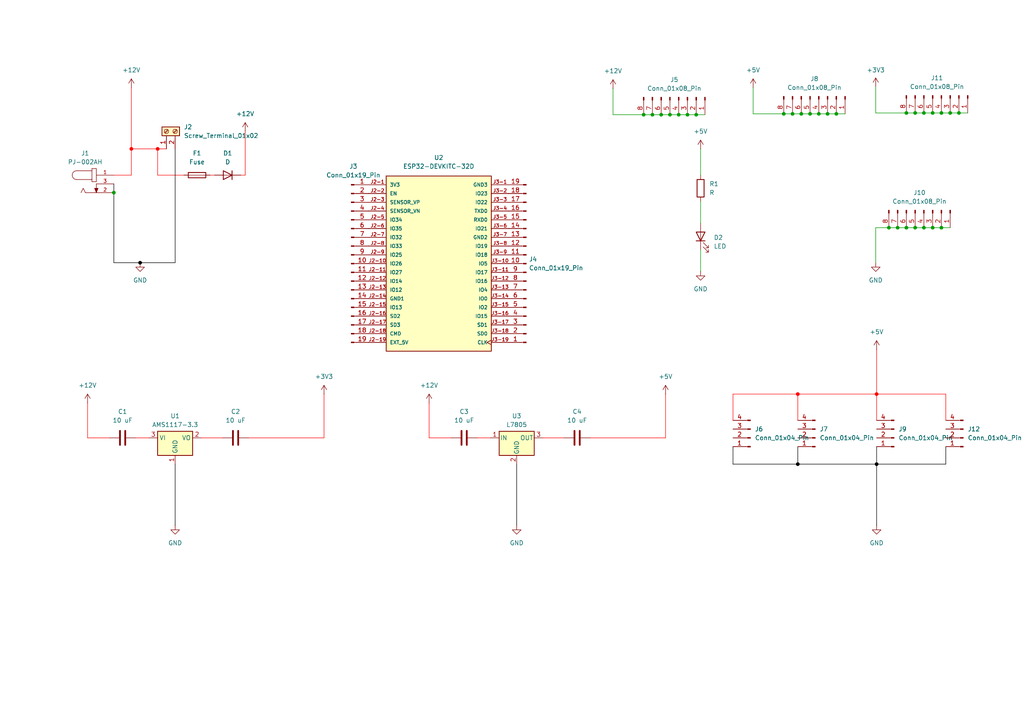
<source format=kicad_sch>
(kicad_sch (version 20231120) (generator "eeschema") (generator_version "8.0")
  (paper "A4")
  (lib_symbols
    (symbol "Connector:Conn_01x04_Pin" (pin_names (offset 1.016) hide)
      (property "Reference" "J" (at 0 5.08 0))
      (property "Value" "Conn_01x04_Pin" (at 0 -7.62 0))
      (symbol "Conn_01x04_Pin_1_1"
        (polyline (pts (xy 1.27 -5.08) (xy 0.8636 -5.08)) (stroke (width 0.1524)))
        (polyline (pts (xy 1.27 -2.54) (xy 0.8636 -2.54)) (stroke (width 0.1524)))
        (polyline (pts (xy 1.27 0) (xy 0.8636 0)) (stroke (width 0.1524)))
        (polyline (pts (xy 1.27 2.54) (xy 0.8636 2.54)) (stroke (width 0.1524)))
        (rectangle (start 0.8636 -4.953) (end 0 -5.207) (stroke (width 0.1524)) (fill (type outline)))
        (rectangle (start 0.8636 -2.413) (end 0 -2.667) (stroke (width 0.1524)) (fill (type outline)))
        (rectangle (start 0.8636 0.127) (end 0 -0.127) (stroke (width 0.1524)) (fill (type outline)))
        (rectangle (start 0.8636 2.667) (end 0 2.413) (stroke (width 0.1524)) (fill (type outline)))
        (pin passive line (at 5.08 2.54 180) (length 3.81) (name "Pin_1") (number "1"))
        (pin passive line (at 5.08 0 180) (length 3.81) (name "Pin_2") (number "2"))
        (pin passive line (at 5.08 -2.54 180) (length 3.81) (name "Pin_3") (number "3"))
        (pin passive line (at 5.08 -5.08 180) (length 3.81) (name "Pin_4") (number "4"))
      )
    )
    (symbol "Connector:Conn_01x08_Pin" (pin_names (offset 1.016) hide)
      (property "Reference" "J" (at 0 10.16 0))
      (property "Value" "Conn_01x08_Pin" (at 0 -12.7 0))
      (symbol "Conn_01x08_Pin_1_1"
        (polyline (pts (xy 1.27 -10.16) (xy 0.8636 -10.16)) (stroke (width 0.1524)))
        (polyline (pts (xy 1.27 -7.62) (xy 0.8636 -7.62)) (stroke (width 0.1524)))
        (polyline (pts (xy 1.27 -5.08) (xy 0.8636 -5.08)) (stroke (width 0.1524)))
        (polyline (pts (xy 1.27 -2.54) (xy 0.8636 -2.54)) (stroke (width 0.1524)))
        (polyline (pts (xy 1.27 0) (xy 0.8636 0)) (stroke (width 0.1524)))
        (polyline (pts (xy 1.27 2.54) (xy 0.8636 2.54)) (stroke (width 0.1524)))
        (polyline (pts (xy 1.27 5.08) (xy 0.8636 5.08)) (stroke (width 0.1524)))
        (polyline (pts (xy 1.27 7.62) (xy 0.8636 7.62)) (stroke (width 0.1524)))
        (rectangle (start 0.8636 -10.033) (end 0 -10.287) (stroke (width 0.1524)) (fill (type outline)))
        (rectangle (start 0.8636 -7.493) (end 0 -7.747) (stroke (width 0.1524)) (fill (type outline)))
        (rectangle (start 0.8636 -4.953) (end 0 -5.207) (stroke (width 0.1524)) (fill (type outline)))
        (rectangle (start 0.8636 -2.413) (end 0 -2.667) (stroke (width 0.1524)) (fill (type outline)))
        (rectangle (start 0.8636 0.127) (end 0 -0.127) (stroke (width 0.1524)) (fill (type outline)))
        (rectangle (start 0.8636 2.667) (end 0 2.413) (stroke (width 0.1524)) (fill (type outline)))
        (rectangle (start 0.8636 5.207) (end 0 4.953) (stroke (width 0.1524)) (fill (type outline)))
        (rectangle (start 0.8636 7.747) (end 0 7.493) (stroke (width 0.1524)) (fill (type outline)))
        (pin passive line (at 5.08 7.62 180) (length 3.81) (name "Pin_1") (number "1"))
        (pin passive line (at 5.08 5.08 180) (length 3.81) (name "Pin_2") (number "2"))
        (pin passive line (at 5.08 2.54 180) (length 3.81) (name "Pin_3") (number "3"))
        (pin passive line (at 5.08 0 180) (length 3.81) (name "Pin_4") (number "4"))
        (pin passive line (at 5.08 -2.54 180) (length 3.81) (name "Pin_5") (number "5"))
        (pin passive line (at 5.08 -5.08 180) (length 3.81) (name "Pin_6") (number "6"))
        (pin passive line (at 5.08 -7.62 180) (length 3.81) (name "Pin_7") (number "7"))
        (pin passive line (at 5.08 -10.16 180) (length 3.81) (name "Pin_8") (number "8"))
      )
    )
    (symbol "Connector:Conn_01x19_Pin" (pin_names (offset 1.016) hide)
      (property "Reference" "J" (at 0 25.4 0))
      (property "Value" "Conn_01x19_Pin" (at 0 -25.4 0))
      (symbol "Conn_01x19_Pin_1_1"
        (polyline (pts (xy 1.27 -22.86) (xy 0.8636 -22.86)) (stroke (width 0.1524)))
        (polyline (pts (xy 1.27 -20.32) (xy 0.8636 -20.32)) (stroke (width 0.1524)))
        (polyline (pts (xy 1.27 -17.78) (xy 0.8636 -17.78)) (stroke (width 0.1524)))
        (polyline (pts (xy 1.27 -15.24) (xy 0.8636 -15.24)) (stroke (width 0.1524)))
        (polyline (pts (xy 1.27 -12.7) (xy 0.8636 -12.7)) (stroke (width 0.1524)))
        (polyline (pts (xy 1.27 -10.16) (xy 0.8636 -10.16)) (stroke (width 0.1524)))
        (polyline (pts (xy 1.27 -7.62) (xy 0.8636 -7.62)) (stroke (width 0.1524)))
        (polyline (pts (xy 1.27 -5.08) (xy 0.8636 -5.08)) (stroke (width 0.1524)))
        (polyline (pts (xy 1.27 -2.54) (xy 0.8636 -2.54)) (stroke (width 0.1524)))
        (polyline (pts (xy 1.27 0) (xy 0.8636 0)) (stroke (width 0.1524)))
        (polyline (pts (xy 1.27 2.54) (xy 0.8636 2.54)) (stroke (width 0.1524)))
        (polyline (pts (xy 1.27 5.08) (xy 0.8636 5.08)) (stroke (width 0.1524)))
        (polyline (pts (xy 1.27 7.62) (xy 0.8636 7.62)) (stroke (width 0.1524)))
        (polyline (pts (xy 1.27 10.16) (xy 0.8636 10.16)) (stroke (width 0.1524)))
        (polyline (pts (xy 1.27 12.7) (xy 0.8636 12.7)) (stroke (width 0.1524)))
        (polyline (pts (xy 1.27 15.24) (xy 0.8636 15.24)) (stroke (width 0.1524)))
        (polyline (pts (xy 1.27 17.78) (xy 0.8636 17.78)) (stroke (width 0.1524)))
        (polyline (pts (xy 1.27 20.32) (xy 0.8636 20.32)) (stroke (width 0.1524)))
        (polyline (pts (xy 1.27 22.86) (xy 0.8636 22.86)) (stroke (width 0.1524)))
        (rectangle (start 0.8636 -22.733) (end 0 -22.987) (stroke (width 0.1524)) (fill (type outline)))
        (rectangle (start 0.8636 -20.193) (end 0 -20.447) (stroke (width 0.1524)) (fill (type outline)))
        (rectangle (start 0.8636 -17.653) (end 0 -17.907) (stroke (width 0.1524)) (fill (type outline)))
        (rectangle (start 0.8636 -15.113) (end 0 -15.367) (stroke (width 0.1524)) (fill (type outline)))
        (rectangle (start 0.8636 -12.573) (end 0 -12.827) (stroke (width 0.1524)) (fill (type outline)))
        (rectangle (start 0.8636 -10.033) (end 0 -10.287) (stroke (width 0.1524)) (fill (type outline)))
        (rectangle (start 0.8636 -7.493) (end 0 -7.747) (stroke (width 0.1524)) (fill (type outline)))
        (rectangle (start 0.8636 -4.953) (end 0 -5.207) (stroke (width 0.1524)) (fill (type outline)))
        (rectangle (start 0.8636 -2.413) (end 0 -2.667) (stroke (width 0.1524)) (fill (type outline)))
        (rectangle (start 0.8636 0.127) (end 0 -0.127) (stroke (width 0.1524)) (fill (type outline)))
        (rectangle (start 0.8636 2.667) (end 0 2.413) (stroke (width 0.1524)) (fill (type outline)))
        (rectangle (start 0.8636 5.207) (end 0 4.953) (stroke (width 0.1524)) (fill (type outline)))
        (rectangle (start 0.8636 7.747) (end 0 7.493) (stroke (width 0.1524)) (fill (type outline)))
        (rectangle (start 0.8636 10.287) (end 0 10.033) (stroke (width 0.1524)) (fill (type outline)))
        (rectangle (start 0.8636 12.827) (end 0 12.573) (stroke (width 0.1524)) (fill (type outline)))
        (rectangle (start 0.8636 15.367) (end 0 15.113) (stroke (width 0.1524)) (fill (type outline)))
        (rectangle (start 0.8636 17.907) (end 0 17.653) (stroke (width 0.1524)) (fill (type outline)))
        (rectangle (start 0.8636 20.447) (end 0 20.193) (stroke (width 0.1524)) (fill (type outline)))
        (rectangle (start 0.8636 22.987) (end 0 22.733) (stroke (width 0.1524)) (fill (type outline)))
        (pin passive line (at 5.08 22.86 180) (length 3.81) (name "Pin_1") (number "1"))
        (pin passive line (at 5.08 0 180) (length 3.81) (name "Pin_10") (number "10"))
        (pin passive line (at 5.08 -2.54 180) (length 3.81) (name "Pin_11") (number "11"))
        (pin passive line (at 5.08 -5.08 180) (length 3.81) (name "Pin_12") (number "12"))
        (pin passive line (at 5.08 -7.62 180) (length 3.81) (name "Pin_13") (number "13"))
        (pin passive line (at 5.08 -10.16 180) (length 3.81) (name "Pin_14") (number "14"))
        (pin passive line (at 5.08 -12.7 180) (length 3.81) (name "Pin_15") (number "15"))
        (pin passive line (at 5.08 -15.24 180) (length 3.81) (name "Pin_16") (number "16"))
        (pin passive line (at 5.08 -17.78 180) (length 3.81) (name "Pin_17") (number "17"))
        (pin passive line (at 5.08 -20.32 180) (length 3.81) (name "Pin_18") (number "18"))
        (pin passive line (at 5.08 -22.86 180) (length 3.81) (name "Pin_19") (number "19"))
        (pin passive line (at 5.08 20.32 180) (length 3.81) (name "Pin_2") (number "2"))
        (pin passive line (at 5.08 17.78 180) (length 3.81) (name "Pin_3") (number "3"))
        (pin passive line (at 5.08 15.24 180) (length 3.81) (name "Pin_4") (number "4"))
        (pin passive line (at 5.08 12.7 180) (length 3.81) (name "Pin_5") (number "5"))
        (pin passive line (at 5.08 10.16 180) (length 3.81) (name "Pin_6") (number "6"))
        (pin passive line (at 5.08 7.62 180) (length 3.81) (name "Pin_7") (number "7"))
        (pin passive line (at 5.08 5.08 180) (length 3.81) (name "Pin_8") (number "8"))
        (pin passive line (at 5.08 2.54 180) (length 3.81) (name "Pin_9") (number "9"))
      )
    )
    (symbol "Connector:Screw_Terminal_01x02" (pin_names (offset 1.016) hide)
      (property "Reference" "J" (at 0 2.54 0))
      (property "Value" "Screw_Terminal_01x02" (at 0 -5.08 0))
      (symbol "Screw_Terminal_01x02_1_1"
        (rectangle (start -1.27 1.27) (end 1.27 -3.81) (stroke (width 0.254)) (fill (type background)))
        (circle (center 0 -2.54) (radius 0.635) (stroke (width 0.1524)))
        (polyline (pts (xy -0.5334 -2.2098) (xy 0.3302 -3.048)) (stroke (width 0.1524)))
        (polyline (pts (xy -0.5334 0.3302) (xy 0.3302 -0.508)) (stroke (width 0.1524)))
        (polyline (pts (xy -0.3556 -2.032) (xy 0.508 -2.8702)) (stroke (width 0.1524)))
        (polyline (pts (xy -0.3556 0.508) (xy 0.508 -0.3302)) (stroke (width 0.1524)))
        (circle (center 0 0) (radius 0.635) (stroke (width 0.1524)))
        (pin passive line (at -5.08 0 0) (length 3.81) (name "Pin_1") (number "1"))
        (pin passive line (at -5.08 -2.54 0) (length 3.81) (name "Pin_2") (number "2"))
      )
    )
    (symbol "Device:C" (pin_numbers hide) (pin_names (offset 0.254))
      (property "Reference" "C" (at 0.635 2.54 0))
      (property "Value" "C" (at 0.635 -2.54 0))
      (symbol "C_0_1"
        (polyline (pts (xy -2.032 -0.762) (xy 2.032 -0.762)) (stroke (width 0.508)))
        (polyline (pts (xy -2.032 0.762) (xy 2.032 0.762)) (stroke (width 0.508)))
      )
      (symbol "C_1_1"
        (pin passive line (at 0 3.81 270) (length 2.794) (name "~") (number "1"))
        (pin passive line (at 0 -3.81 90) (length 2.794) (name "~") (number "2"))
      )
    )
    (symbol "Device:D" (pin_numbers hide) (pin_names (offset 1.016) hide)
      (property "Reference" "D" (at 0 2.54 0))
      (property "Value" "D" (at 0 -2.54 0))
      (symbol "D_0_1"
        (polyline (pts (xy -1.27 1.27) (xy -1.27 -1.27)) (stroke (width 0.254)))
        (polyline (pts (xy 1.27 0) (xy -1.27 0)))
        (polyline (pts (xy 1.27 1.27) (xy 1.27 -1.27) (xy -1.27 0) (xy 1.27 1.27)) (stroke (width 0.254)))
      )
      (symbol "D_1_1"
        (pin passive line (at -3.81 0 0) (length 2.54) (name "K") (number "1"))
        (pin passive line (at 3.81 0 180) (length 2.54) (name "A") (number "2"))
      )
    )
    (symbol "Device:Fuse" (pin_numbers hide) (pin_names (offset 0))
      (property "Reference" "F" (at 2.032 0 90))
      (property "Value" "Fuse" (at -1.905 0 90))
      (symbol "Fuse_0_1"
        (rectangle (start -0.762 -2.54) (end 0.762 2.54) (stroke (width 0.254)))
        (polyline (pts (xy 0 2.54) (xy 0 -2.54)))
      )
      (symbol "Fuse_1_1"
        (pin passive line (at 0 3.81 270) (length 1.27) (name "~") (number "1"))
        (pin passive line (at 0 -3.81 90) (length 1.27) (name "~") (number "2"))
      )
    )
    (symbol "Device:LED" (pin_numbers hide) (pin_names (offset 1.016) hide)
      (property "Reference" "D" (at 0 2.54 0))
      (property "Value" "LED" (at 0 -2.54 0))
      (symbol "LED_0_1"
        (polyline (pts (xy -1.27 -1.27) (xy -1.27 1.27)) (stroke (width 0.254)))
        (polyline (pts (xy -1.27 0) (xy 1.27 0)))
        (polyline (pts (xy 1.27 -1.27) (xy 1.27 1.27) (xy -1.27 0) (xy 1.27 -1.27)) (stroke (width 0.254)))
        (polyline (pts (xy -3.048 -0.762) (xy -4.572 -2.286) (xy -3.81 -2.286) (xy -4.572 -2.286) (xy -4.572 -1.524)))
        (polyline (pts (xy -1.778 -0.762) (xy -3.302 -2.286) (xy -2.54 -2.286) (xy -3.302 -2.286) (xy -3.302 -1.524)))
      )
      (symbol "LED_1_1"
        (pin passive line (at -3.81 0 0) (length 2.54) (name "K") (number "1"))
        (pin passive line (at 3.81 0 180) (length 2.54) (name "A") (number "2"))
      )
    )
    (symbol "Device:R" (pin_numbers hide) (pin_names (offset 0))
      (property "Reference" "R" (at 2.032 0 90))
      (property "Value" "R" (at 0 0 90))
      (symbol "R_0_1"
        (rectangle (start -1.016 -2.54) (end 1.016 2.54) (stroke (width 0.254)))
      )
      (symbol "R_1_1"
        (pin passive line (at 0 3.81 270) (length 1.27) (name "~") (number "1"))
        (pin passive line (at 0 -3.81 90) (length 1.27) (name "~") (number "2"))
      )
    )
    (symbol "ESP32-DEVKITC-32D:ESP32-DEVKITC-32D" (pin_names (offset 1.016))
      (property "Reference" "U" (at -15.2572 26.0643 0))
      (property "Value" "ESP32-DEVKITC-32D" (at -15.2563 -27.9698 0))
      (symbol "ESP32-DEVKITC-32D_0_0"
        (rectangle (start -15.24 -25.4) (end 15.24 25.4) (stroke (width 0.254)) (fill (type background)))
        (pin power_in line (at -20.32 22.86 0) (length 5.08) (name "3V3") (number "J2-1"))
        (pin bidirectional line (at -20.32 0 0) (length 5.08) (name "IO26") (number "J2-10"))
        (pin bidirectional line (at -20.32 -2.54 0) (length 5.08) (name "IO27") (number "J2-11"))
        (pin bidirectional line (at -20.32 -5.08 0) (length 5.08) (name "IO14") (number "J2-12"))
        (pin bidirectional line (at -20.32 -7.62 0) (length 5.08) (name "IO12") (number "J2-13"))
        (pin power_in line (at -20.32 -10.16 0) (length 5.08) (name "GND1") (number "J2-14"))
        (pin bidirectional line (at -20.32 -12.7 0) (length 5.08) (name "IO13") (number "J2-15"))
        (pin bidirectional line (at -20.32 -15.24 0) (length 5.08) (name "SD2") (number "J2-16"))
        (pin bidirectional line (at -20.32 -17.78 0) (length 5.08) (name "SD3") (number "J2-17"))
        (pin bidirectional line (at -20.32 -20.32 0) (length 5.08) (name "CMD") (number "J2-18"))
        (pin power_in line (at -20.32 -22.86 0) (length 5.08) (name "EXT_5V") (number "J2-19"))
        (pin input line (at -20.32 20.32 0) (length 5.08) (name "EN") (number "J2-2"))
        (pin input line (at -20.32 17.78 0) (length 5.08) (name "SENSOR_VP") (number "J2-3"))
        (pin input line (at -20.32 15.24 0) (length 5.08) (name "SENSOR_VN") (number "J2-4"))
        (pin bidirectional line (at -20.32 12.7 0) (length 5.08) (name "IO34") (number "J2-5"))
        (pin bidirectional line (at -20.32 10.16 0) (length 5.08) (name "IO35") (number "J2-6"))
        (pin bidirectional line (at -20.32 7.62 0) (length 5.08) (name "IO32") (number "J2-7"))
        (pin bidirectional line (at -20.32 5.08 0) (length 5.08) (name "IO33") (number "J2-8"))
        (pin bidirectional line (at -20.32 2.54 0) (length 5.08) (name "IO25") (number "J2-9"))
        (pin power_in line (at 20.32 22.86 180) (length 5.08) (name "GND3") (number "J3-1"))
        (pin bidirectional line (at 20.32 0 180) (length 5.08) (name "IO5") (number "J3-10"))
        (pin bidirectional line (at 20.32 -2.54 180) (length 5.08) (name "IO17") (number "J3-11"))
        (pin bidirectional line (at 20.32 -5.08 180) (length 5.08) (name "IO16") (number "J3-12"))
        (pin bidirectional line (at 20.32 -7.62 180) (length 5.08) (name "IO4") (number "J3-13"))
        (pin bidirectional line (at 20.32 -10.16 180) (length 5.08) (name "IO0") (number "J3-14"))
        (pin bidirectional line (at 20.32 -12.7 180) (length 5.08) (name "IO2") (number "J3-15"))
        (pin bidirectional line (at 20.32 -15.24 180) (length 5.08) (name "IO15") (number "J3-16"))
        (pin bidirectional line (at 20.32 -17.78 180) (length 5.08) (name "SD1") (number "J3-17"))
        (pin bidirectional line (at 20.32 -20.32 180) (length 5.08) (name "SD0") (number "J3-18"))
        (pin input clock (at 20.32 -22.86 180) (length 5.08) (name "CLK") (number "J3-19"))
        (pin bidirectional line (at 20.32 20.32 180) (length 5.08) (name "IO23") (number "J3-2"))
        (pin bidirectional line (at 20.32 17.78 180) (length 5.08) (name "IO22") (number "J3-3"))
        (pin output line (at 20.32 15.24 180) (length 5.08) (name "TXD0") (number "J3-4"))
        (pin input line (at 20.32 12.7 180) (length 5.08) (name "RXD0") (number "J3-5"))
        (pin bidirectional line (at 20.32 10.16 180) (length 5.08) (name "IO21") (number "J3-6"))
        (pin power_in line (at 20.32 7.62 180) (length 5.08) (name "GND2") (number "J3-7"))
        (pin bidirectional line (at 20.32 5.08 180) (length 5.08) (name "IO19") (number "J3-8"))
        (pin bidirectional line (at 20.32 2.54 180) (length 5.08) (name "IO18") (number "J3-9"))
      )
    )
    (symbol "PJ-002AH:PJ-002AH" (pin_names (offset 1.016))
      (property "Reference" "J" (at -7.6272 5.0848 0))
      (property "Value" "PJ-002AH" (at -7.6313 -5.0875 0))
      (symbol "PJ-002AH_0_0"
        (arc (start -5.715 3.81) (mid -6.9794 2.54) (end -5.715 1.27) (stroke (width 0.1524)))
        (polyline (pts (xy -5.715 3.81) (xy -1.27 3.81)) (stroke (width 0.1524)))
        (polyline (pts (xy -3.81 -1.27) (xy -4.445 -2.54)) (stroke (width 0.1524)))
        (polyline (pts (xy -3.175 -2.54) (xy -3.81 -1.27)) (stroke (width 0.1524)))
        (polyline (pts (xy -1.27 0.635) (xy 0 0.635)) (stroke (width 0.1524)))
        (polyline (pts (xy -1.27 1.27) (xy -5.715 1.27)) (stroke (width 0.1524)))
        (polyline (pts (xy -1.27 1.27) (xy -1.27 0.635)) (stroke (width 0.1524)))
        (polyline (pts (xy -1.27 3.81) (xy -1.27 1.27)) (stroke (width 0.1524)))
        (polyline (pts (xy -1.27 4.445) (xy -1.27 3.81)) (stroke (width 0.1524)))
        (polyline (pts (xy 0 -2.54) (xy -3.175 -2.54)) (stroke (width 0.1524)))
        (polyline (pts (xy 0 0) (xy 0 -2.54)) (stroke (width 0.1524)))
        (polyline (pts (xy 0 0.635) (xy 0 4.445)) (stroke (width 0.1524)))
        (polyline (pts (xy 0 4.445) (xy -1.27 4.445)) (stroke (width 0.1524)))
        (polyline (pts (xy 0 -2.54) (xy -0.508 -1.27) (xy 0.508 -1.27) (xy 0 -2.54)) (stroke (width 0.1524)) (fill (type outline)))
        (pin passive line (at 5.08 2.54 180) (length 5.08) (name "~") (number "1"))
        (pin passive line (at 5.08 -2.54 180) (length 5.08) (name "~") (number "2"))
        (pin passive line (at 5.08 0 180) (length 5.08) (name "~") (number "3"))
      )
    )
    (symbol "Regulator_Linear:AMS1117-3.3"
      (property "Reference" "U" (at -3.81 3.175 0))
      (property "Value" "AMS1117-3.3" (at 0 3.175 0))
      (symbol "AMS1117-3.3_0_1"
        (rectangle (start -5.08 -5.08) (end 5.08 1.905) (stroke (width 0.254)) (fill (type background)))
      )
      (symbol "AMS1117-3.3_1_1"
        (pin power_in line (at 0 -7.62 90) (length 2.54) (name "GND") (number "1"))
        (pin power_out line (at 7.62 0 180) (length 2.54) (name "VO") (number "2"))
        (pin power_in line (at -7.62 0 0) (length 2.54) (name "VI") (number "3"))
      )
    )
    (symbol "Regulator_Linear:L7805" (pin_names (offset 0.254))
      (property "Reference" "U" (at -3.81 3.175 0))
      (property "Value" "L7805" (at 0 3.175 0))
      (symbol "L7805_0_1"
        (rectangle (start -5.08 1.905) (end 5.08 -5.08) (stroke (width 0.254)) (fill (type background)))
      )
      (symbol "L7805_1_1"
        (pin power_in line (at -7.62 0 0) (length 2.54) (name "IN") (number "1"))
        (pin power_in line (at 0 -7.62 90) (length 2.54) (name "GND") (number "2"))
        (pin power_out line (at 7.62 0 180) (length 2.54) (name "OUT") (number "3"))
      )
    )
    (symbol "power:+12V" (power) (pin_numbers hide) (pin_names (offset 0) hide)
      (property "Value" "+12V" (at 0 3.556 0))
      (symbol "+12V_0_1"
        (polyline (pts (xy -0.762 1.27) (xy 0 2.54)))
        (polyline (pts (xy 0 0) (xy 0 2.54)))
        (polyline (pts (xy 0 2.54) (xy 0.762 1.27)))
      )
      (symbol "+12V_1_1"
        (pin power_in line (at 0 0 90) (length 0) (name "~") (number "1"))
      )
    )
    (symbol "power:+3V3" (power) (pin_numbers hide) (pin_names (offset 0) hide)
      (property "Value" "+3V3" (at 0 3.556 0))
      (symbol "+3V3_0_1"
        (polyline (pts (xy -0.762 1.27) (xy 0 2.54)))
        (polyline (pts (xy 0 0) (xy 0 2.54)))
        (polyline (pts (xy 0 2.54) (xy 0.762 1.27)))
      )
      (symbol "+3V3_1_1"
        (pin power_in line (at 0 0 90) (length 0) (name "~") (number "1"))
      )
    )
    (symbol "power:+5V" (power) (pin_numbers hide) (pin_names (offset 0) hide)
      (property "Value" "+5V" (at 0 3.556 0))
      (symbol "+5V_0_1"
        (polyline (pts (xy -0.762 1.27) (xy 0 2.54)))
        (polyline (pts (xy 0 0) (xy 0 2.54)))
        (polyline (pts (xy 0 2.54) (xy 0.762 1.27)))
      )
      (symbol "+5V_1_1"
        (pin power_in line (at 0 0 90) (length 0) (name "~") (number "1"))
      )
    )
    (symbol "power:GND" (power) (pin_numbers hide) (pin_names (offset 0) hide)
      (property "Value" "GND" (at 0 -3.81 0))
      (symbol "GND_0_1"
        (polyline (pts (xy 0 0) (xy 0 -1.27) (xy 1.27 -1.27) (xy 0 -2.54) (xy -1.27 -1.27) (xy 0 -1.27)))
      )
      (symbol "GND_1_1"
        (pin power_in line (at 0 0 270) (length 0) (name "~") (number "1"))
      )
    )
  )
  (junction (at 191.77 33.274))
  (junction (at 260.35 66.04))
  (junction (at 38.1 43.18) (color 255 0 0 1))
  (junction (at 186.69 33.274))
  (junction (at 254.254 114.3) (color 255 0 0 1))
  (junction (at 240.03 33.02))
  (junction (at 262.89 32.766))
  (junction (at 196.85 33.274))
  (junction (at 262.89 66.04))
  (junction (at 273.05 66.04))
  (junction (at 237.49 33.02))
  (junction (at 201.93 33.274))
  (junction (at 234.95 33.02))
  (junction (at 227.33 33.02))
  (junction (at 265.43 32.766))
  (junction (at 199.39 33.274))
  (junction (at 194.31 33.274))
  (junction (at 189.23 33.274))
  (junction (at 232.41 33.02))
  (junction (at 273.05 32.766))
  (junction (at 270.51 66.04))
  (junction (at 229.87 33.02))
  (junction (at 275.59 32.766))
  (junction (at 231.394 134.62) (color 0 0 0 1))
  (junction (at 242.57 33.02))
  (junction (at 254.254 134.62) (color 0 0 0 1))
  (junction (at 265.43 66.04))
  (junction (at 267.97 32.766))
  (junction (at 278.13 32.766))
  (junction (at 33.02 55.88))
  (junction (at 267.97 66.04))
  (junction (at 231.394 114.3) (color 255 0 0 1))
  (junction (at 270.51 32.766))
  (junction (at 257.81 66.04))
  (junction (at 40.64 76.2) (color 0 0 0 1))
  (junction (at 45.72 43.18) (color 255 0 0 1))
  (wire (pts (xy 273.05 32.766) (xy 275.59 32.766)))
  (wire (pts (xy 240.03 33.02) (xy 242.57 33.02)))
  (wire (pts (xy 254 25.146) (xy 254 32.766)))
  (wire (pts (xy 260.35 66.04) (xy 262.89 66.04)))
  (wire (pts (xy 254 66.04) (xy 254 76.2)))
  (wire (pts (xy 124.46 127) (xy 130.81 127)) (stroke (width 0) (color 255 0 0 1)))
  (wire (pts (xy 33.02 55.88) (xy 33.02 76.2)) (stroke (width 0) (color 0 0 0 1)))
  (wire (pts (xy 242.57 33.02) (xy 245.11 33.02)))
  (wire (pts (xy 69.85 50.8) (xy 71.12 50.8)) (stroke (width 0) (color 255 0 0 1)))
  (wire (pts (xy 267.97 66.04) (xy 270.51 66.04)))
  (wire (pts (xy 254 32.766) (xy 262.89 32.766)))
  (wire (pts (xy 237.49 33.02) (xy 240.03 33.02)))
  (wire (pts (xy 270.51 66.04) (xy 273.05 66.04)))
  (wire (pts (xy 138.43 127) (xy 142.24 127)) (stroke (width 0) (color 255 0 0 1)))
  (wire (pts (xy 199.39 33.274) (xy 201.93 33.274)))
  (wire (pts (xy 262.89 32.766) (xy 265.43 32.766)))
  (wire (pts (xy 278.13 32.766) (xy 280.67 32.766)))
  (wire (pts (xy 265.43 66.04) (xy 267.97 66.04)))
  (wire (pts (xy 270.51 32.766) (xy 273.05 32.766)))
  (wire (pts (xy 38.1 25.4) (xy 38.1 43.18)) (stroke (width 0) (color 255 0 0 1)))
  (wire (pts (xy 254.254 114.3) (xy 274.32 114.3)) (stroke (width 0) (color 255 0 0 1)))
  (wire (pts (xy 45.72 50.8) (xy 53.34 50.8)) (stroke (width 0) (color 255 0 0 1)))
  (wire (pts (xy 229.87 33.02) (xy 232.41 33.02)))
  (wire (pts (xy 234.95 33.02) (xy 237.49 33.02)))
  (wire (pts (xy 39.37 127) (xy 43.18 127)) (stroke (width 0) (color 255 0 0 1)))
  (wire (pts (xy 38.1 43.18) (xy 38.1 50.8)) (stroke (width 0) (color 255 0 0 1)))
  (wire (pts (xy 254.254 134.62) (xy 274.32 134.62)) (stroke (width 0) (color 0 0 0 1)))
  (wire (pts (xy 231.394 134.62) (xy 254.254 134.62)) (stroke (width 0) (color 0 0 0 1)))
  (wire (pts (xy 194.31 33.274) (xy 196.85 33.274)))
  (wire (pts (xy 40.64 76.2) (xy 50.8 76.2)) (stroke (width 0) (color 0 0 0 1)))
  (wire (pts (xy 257.81 66.04) (xy 260.35 66.04)))
  (wire (pts (xy 267.97 32.766) (xy 270.51 32.766)))
  (wire (pts (xy 201.93 33.274) (xy 204.47 33.274)))
  (wire (pts (xy 33.02 76.2) (xy 40.64 76.2)) (stroke (width 0) (color 0 0 0 1)))
  (wire (pts (xy 212.598 114.3) (xy 231.394 114.3)) (stroke (width 0) (color 255 0 0 1)))
  (wire (pts (xy 254 66.04) (xy 257.81 66.04)))
  (wire (pts (xy 218.44 25.4) (xy 218.44 33.02)))
  (wire (pts (xy 38.1 43.18) (xy 45.72 43.18)) (stroke (width 0) (color 255 0 0 1)))
  (wire (pts (xy 227.33 33.02) (xy 229.87 33.02)))
  (wire (pts (xy 273.05 66.04) (xy 275.59 66.04)))
  (wire (pts (xy 203.2 58.42) (xy 203.2 64.77)))
  (wire (pts (xy 93.98 114.3) (xy 93.98 127)) (stroke (width 0) (color 255 0 0 1)))
  (wire (pts (xy 274.32 114.3) (xy 274.32 121.92)) (stroke (width 0) (color 255 0 0 1)))
  (wire (pts (xy 50.8 134.62) (xy 50.8 152.4)) (stroke (width 0) (color 0 0 0 1)))
  (wire (pts (xy 232.41 33.02) (xy 234.95 33.02)))
  (wire (pts (xy 254.254 134.62) (xy 254.254 152.4)) (stroke (width 0) (color 0 0 0 1)))
  (wire (pts (xy 33.02 50.8) (xy 38.1 50.8)) (stroke (width 0) (color 255 0 0 1)))
  (wire (pts (xy 231.394 114.3) (xy 231.394 121.92)) (stroke (width 0) (color 255 0 0 1)))
  (wire (pts (xy 177.8 33.274) (xy 186.69 33.274)))
  (wire (pts (xy 203.2 43.18) (xy 203.2 50.8)))
  (wire (pts (xy 171.196 127) (xy 193.04 127)) (stroke (width 0) (color 255 0 0 1)))
  (wire (pts (xy 254.254 114.3) (xy 254.254 121.92)) (stroke (width 0) (color 255 0 0 1)))
  (wire (pts (xy 196.85 33.274) (xy 199.39 33.274)))
  (wire (pts (xy 191.77 33.274) (xy 194.31 33.274)))
  (wire (pts (xy 149.86 134.62) (xy 149.86 152.4)) (stroke (width 0) (color 0 0 0 1)))
  (wire (pts (xy 72.136 127) (xy 93.98 127)) (stroke (width 0) (color 255 0 0 1)))
  (wire (pts (xy 218.44 33.02) (xy 227.33 33.02)))
  (wire (pts (xy 274.32 129.54) (xy 274.32 134.62)) (stroke (width 0) (color 0 0 0 1)))
  (wire (pts (xy 275.59 32.766) (xy 278.13 32.766)))
  (wire (pts (xy 33.02 53.34) (xy 33.02 55.88)) (stroke (width 0) (color 0 0 0 1)))
  (wire (pts (xy 212.598 114.3) (xy 212.598 121.92)) (stroke (width 0) (color 255 0 0 1)))
  (wire (pts (xy 58.42 127) (xy 64.516 127)) (stroke (width 0) (color 255 0 0 1)))
  (wire (pts (xy 124.46 116.84) (xy 124.46 127)) (stroke (width 0) (color 255 0 0 1)))
  (wire (pts (xy 212.598 134.62) (xy 231.394 134.62)) (stroke (width 0) (color 0 0 0 1)))
  (wire (pts (xy 231.394 129.54) (xy 231.394 134.62)) (stroke (width 0) (color 0 0 0 1)))
  (wire (pts (xy 262.89 66.04) (xy 265.43 66.04)))
  (wire (pts (xy 203.2 72.39) (xy 203.2 78.74)))
  (wire (pts (xy 25.4 127) (xy 31.75 127)) (stroke (width 0) (color 255 0 0 1)))
  (wire (pts (xy 50.8 43.18) (xy 50.8 76.2)) (stroke (width 0) (color 0 0 0 1)))
  (wire (pts (xy 71.12 38.1) (xy 71.12 50.8)) (stroke (width 0) (color 255 0 0 1)))
  (wire (pts (xy 186.69 33.274) (xy 189.23 33.274)))
  (wire (pts (xy 231.394 114.3) (xy 254.254 114.3)) (stroke (width 0) (color 255 0 0 1)))
  (wire (pts (xy 189.23 33.274) (xy 191.77 33.274)))
  (wire (pts (xy 254.254 129.54) (xy 254.254 134.62)) (stroke (width 0) (color 0 0 0 1)))
  (wire (pts (xy 60.96 50.8) (xy 62.23 50.8)) (stroke (width 0) (color 255 0 0 1)))
  (wire (pts (xy 25.4 116.84) (xy 25.4 127)) (stroke (width 0) (color 255 0 0 1)))
  (wire (pts (xy 193.04 114.3) (xy 193.04 127)) (stroke (width 0) (color 255 0 0 1)))
  (wire (pts (xy 157.48 127) (xy 163.576 127)) (stroke (width 0) (color 255 0 0 1)))
  (wire (pts (xy 265.43 32.766) (xy 267.97 32.766)))
  (wire (pts (xy 254.254 101.346) (xy 254.254 114.3)) (stroke (width 0) (color 255 0 0 1)))
  (wire (pts (xy 177.8 25.654) (xy 177.8 33.274)))
  (wire (pts (xy 45.72 43.18) (xy 48.26 43.18)) (stroke (width 0) (color 255 0 0 1)))
  (wire (pts (xy 212.598 129.54) (xy 212.598 134.62)) (stroke (width 0) (color 0 0 0 1)))
  (wire (pts (xy 45.72 43.18) (xy 45.72 50.8)) (stroke (width 0) (color 255 0 0 1)))
  (symbol (lib_id "Device:C") (at 167.386 127 90) (unit 1)
    (property "Reference" "C4" (at 167.386 119.38 90))
    (property "Value" "10 uF" (at 167.386 121.92 90))
    (property "Footprint" "Capacitor_THT:C_Axial_L3.8mm_D2.6mm_P10.00mm_Horizontal" (effects (hide yes)))
    (property "Description" "Unpolarized capacitor" (effects (hide yes)))
  )
  (symbol (lib_id "Connector:Conn_01x04_Pin") (at 236.474 127 180) (unit 1)
    (property "Reference" "J7" (at 237.744 124.4599 0) (effects (justify right)))
    (property "Value" "Conn_01x04_Pin" (at 237.744 126.9999 0) (effects (justify right)))
    (property "Footprint" "Connector_PinHeader_2.00mm:PinHeader_1x04_P2.00mm_Vertical" (effects (hide yes)))
    (property "Description" "Generic connector, single row, 01x04, script generated" (effects (hide yes)))
  )
  (symbol (lib_id "power:+3V3") (at 93.98 114.3 0) (unit 1)
    (property "Reference" "#PWR05" (effects (hide yes)))
    (property "Value" "+3V3" (at 93.98 109.22 0))
    (property "Description" "Power symbol creates a global label with name \"+3V3\"" (effects (hide yes)))
  )
  (symbol (lib_id "Connector:Conn_01x04_Pin") (at 217.678 127 180) (unit 1)
    (property "Reference" "J6" (at 218.948 124.4599 0) (effects (justify right)))
    (property "Value" "Conn_01x04_Pin" (at 218.948 126.9999 0) (effects (justify right)))
    (property "Footprint" "Connector_PinHeader_2.00mm:PinHeader_1x04_P2.00mm_Vertical" (effects (hide yes)))
    (property "Description" "Generic connector, single row, 01x04, script generated" (effects (hide yes)))
  )
  (symbol (lib_id "Regulator_Linear:L7805") (at 149.86 127 0) (unit 1)
    (property "Reference" "U3" (at 149.86 120.65 0))
    (property "Value" "L7805" (at 149.86 123.19 0))
    (property "Footprint" "Package_TO_SOT_THT:TO-220-3_Vertical" (effects (hide yes)))
    (property "Datasheet" "http://www.st.com/content/ccc/resource/technical/document/datasheet/41/4f/b3/b0/12/d4/47/88/CD00000444.pdf/files/CD00000444.pdf/jcr:content/translations/en.CD00000444.pdf" (effects (hide yes)))
    (property "Description" "Positive 1.5A 35V Linear Regulator, Fixed Output 5V, TO-220/TO-263/TO-252" (effects (hide yes)))
  )
  (symbol (lib_id "power:+12V") (at 124.46 116.84 0) (unit 1)
    (property "Reference" "#PWR011" (effects (hide yes)))
    (property "Value" "+12V" (at 124.46 111.76 0))
    (property "Description" "Power symbol creates a global label with name \"+12V\"" (effects (hide yes)))
  )
  (symbol (lib_id "Device:LED") (at 203.2 68.58 90) (unit 1)
    (property "Reference" "D2" (at 207.01 68.8974 90) (effects (justify right)))
    (property "Value" "LED" (at 207.01 71.4374 90) (effects (justify right)))
    (property "Footprint" "LED_THT:LED_D3.0mm" (effects (hide yes)))
    (property "Description" "Light emitting diode" (effects (hide yes)))
  )
  (symbol (lib_id "Connector:Conn_01x08_Pin") (at 267.97 60.96 270) (unit 1)
    (property "Reference" "J10" (at 266.7 55.88 90))
    (property "Value" "Conn_01x08_Pin" (at 266.7 58.42 90))
    (property "Footprint" "Connector_PinHeader_2.00mm:PinHeader_1x08_P2.00mm_Vertical" (effects (hide yes)))
    (property "Description" "Generic connector, single row, 01x08, script generated" (effects (hide yes)))
  )
  (symbol (lib_id "Regulator_Linear:AMS1117-3.3") (at 50.8 127 0) (unit 1)
    (property "Reference" "U1" (at 50.8 120.65 0))
    (property "Value" "AMS1117-3.3" (at 50.8 123.19 0))
    (property "Footprint" "Package_TO_SOT_SMD:SOT-223-3_TabPin2" (effects (hide yes)))
    (property "Datasheet" "http://www.advanced-monolithic.com/pdf/ds1117.pdf" (effects (hide yes)))
    (property "Description" "1A Low Dropout regulator, positive, 3.3V fixed output, SOT-223" (effects (hide yes)))
  )
  (symbol (lib_id "power:+5V") (at 218.44 25.4 0) (unit 1)
    (property "Reference" "#PWR07" (effects (hide yes)))
    (property "Value" "+5V" (at 218.44 20.32 0))
    (property "Description" "Power symbol creates a global label with name \"+5V\"" (effects (hide yes)))
  )
  (symbol (lib_id "power:GND") (at 254 76.2 0) (unit 1)
    (property "Reference" "#PWR08" (effects (hide yes)))
    (property "Value" "GND" (at 254 81.28 0))
    (property "Description" "Power symbol creates a global label with name \"GND\" , ground" (effects (hide yes)))
  )
  (symbol (lib_id "ESP32-DEVKITC-32D:ESP32-DEVKITC-32D") (at 127.254 76.454 0) (unit 1)
    (property "Reference" "U2" (at 127.254 45.72 0))
    (property "Value" "ESP32-DEVKITC-32D" (at 127.254 48.26 0))
    (property "Footprint" "ESP32-DEVKITC-32D:MODULE_ESP32-DEVKITC-32D" (effects (hide yes)))
    (property "MF" "Espressif Systems" (effects (hide yes)))
    (property "MAXIMUM_PACKAGE_HEIGHT" "N/A" (effects (hide yes)))
    (property "Package" "None" (effects (hide yes)))
    (property "Price" "None" (effects (hide yes)))
    (property "Check_prices" "https://www.snapeda.com/parts/ESP32-DEVKITC-32D/Espressif+Systems/view-part/?ref=eda" (effects (hide yes)))
    (property "STANDARD" "Manufacturer Recommendations" (effects (hide yes)))
    (property "PARTREV" "V4" (effects (hide yes)))
    (property "SnapEDA_Link" "https://www.snapeda.com/parts/ESP32-DEVKITC-32D/Espressif+Systems/view-part/?ref=snap" (effects (hide yes)))
    (property "MP" "ESP32-DEVKITC-32D" (effects (hide yes)))
    (property "Description_1" "\nWiFi Development Tools (802.11) ESP32 General Development Kit, ESP32-WROOM-32D on the board\n" (effects (hide yes)))
    (property "MANUFACTURER" "Espressif Systems" (effects (hide yes)))
    (property "Availability" "In Stock" (effects (hide yes)))
    (property "SNAPEDA_PN" "ESP32-DEVKITC-32D" (effects (hide yes)))
  )
  (symbol (lib_id "Connector:Conn_01x19_Pin") (at 101.854 76.454 0) (unit 1)
    (property "Reference" "J3" (at 102.489 48.26 0))
    (property "Value" "Conn_01x19_Pin" (at 102.489 50.8 0))
    (property "Footprint" "Connector_PinHeader_2.54mm:PinHeader_1x19_P2.54mm_Vertical" (effects (hide yes)))
    (property "Description" "Generic connector, single row, 01x19, script generated" (effects (hide yes)))
  )
  (symbol (lib_id "power:+5V") (at 203.2 43.18 0) (unit 1)
    (property "Reference" "#PWR014" (effects (hide yes)))
    (property "Value" "+5V" (at 203.2 38.1 0))
    (property "Description" "Power symbol creates a global label with name \"+5V\"" (effects (hide yes)))
  )
  (symbol (lib_id "power:+12V") (at 71.12 38.1 0) (unit 1)
    (property "Reference" "#PWR02" (effects (hide yes)))
    (property "Value" "+12V" (at 71.12 33.02 0))
    (property "Description" "Power symbol creates a global label with name \"+12V\"" (effects (hide yes)))
  )
  (symbol (lib_id "Device:C") (at 68.326 127 90) (unit 1)
    (property "Reference" "C2" (at 68.326 119.38 90))
    (property "Value" "10 uF" (at 68.326 121.92 90))
    (property "Footprint" "Capacitor_THT:C_Axial_L3.8mm_D2.6mm_P10.00mm_Horizontal" (effects (hide yes)))
    (property "Description" "Unpolarized capacitor" (effects (hide yes)))
  )
  (symbol (lib_id "power:+12V") (at 177.8 25.654 0) (unit 1)
    (property "Reference" "#PWR010" (effects (hide yes)))
    (property "Value" "+12V" (at 177.8 20.574 0))
    (property "Description" "Power symbol creates a global label with name \"+12V\"" (effects (hide yes)))
  )
  (symbol (lib_id "power:+12V") (at 25.4 116.84 0) (unit 1)
    (property "Reference" "#PWR04" (effects (hide yes)))
    (property "Value" "+12V" (at 25.4 111.76 0))
    (property "Description" "Power symbol creates a global label with name \"+12V\"" (effects (hide yes)))
  )
  (symbol (lib_id "Connector:Conn_01x19_Pin") (at 152.654 76.454 180) (unit 1)
    (property "Reference" "J4" (at 153.416 75.1839 0) (effects (justify right)))
    (property "Value" "Conn_01x19_Pin" (at 153.416 77.7239 0) (effects (justify right)))
    (property "Footprint" "Connector_PinHeader_2.54mm:PinHeader_1x19_P2.54mm_Vertical" (effects (hide yes)))
    (property "Description" "Generic connector, single row, 01x19, script generated" (effects (hide yes)))
  )
  (symbol (lib_id "Connector:Conn_01x04_Pin") (at 259.334 127 180) (unit 1)
    (property "Reference" "J9" (at 260.604 124.4599 0) (effects (justify right)))
    (property "Value" "Conn_01x04_Pin" (at 260.604 126.9999 0) (effects (justify right)))
    (property "Footprint" "Connector_PinHeader_2.00mm:PinHeader_1x04_P2.00mm_Vertical" (effects (hide yes)))
    (property "Description" "Generic connector, single row, 01x04, script generated" (effects (hide yes)))
  )
  (symbol (lib_id "Device:Fuse") (at 57.15 50.8 90) (unit 1)
    (property "Reference" "F1" (at 57.15 44.45 90))
    (property "Value" "Fuse" (at 57.15 46.99 90))
    (property "Footprint" "Fuse:Fuse_BelFuse_0ZRE0005FF_L8.3mm_W3.8mm" (effects (hide yes)))
    (property "Description" "Fuse" (effects (hide yes)))
  )
  (symbol (lib_id "Device:R") (at 203.2 54.61 0) (unit 1)
    (property "Reference" "R1" (at 205.74 53.3399 0) (effects (justify left)))
    (property "Value" "R" (at 205.74 55.8799 0) (effects (justify left)))
    (property "Footprint" "Resistor_THT:R_Axial_DIN0207_L6.3mm_D2.5mm_P7.62mm_Horizontal" (effects (hide yes)))
    (property "Description" "Resistor" (effects (hide yes)))
  )
  (symbol (lib_id "power:GND") (at 40.64 76.2 0) (unit 1)
    (property "Reference" "#PWR03" (effects (hide yes)))
    (property "Value" "GND" (at 40.64 81.28 0))
    (property "Description" "Power symbol creates a global label with name \"GND\" , ground" (effects (hide yes)))
  )
  (symbol (lib_id "power:GND") (at 149.86 152.4 0) (unit 1)
    (property "Reference" "#PWR012" (effects (hide yes)))
    (property "Value" "GND" (at 149.86 157.48 0))
    (property "Description" "Power symbol creates a global label with name \"GND\" , ground" (effects (hide yes)))
  )
  (symbol (lib_id "power:+5V") (at 254.254 101.346 0) (unit 1)
    (property "Reference" "#PWR016" (effects (hide yes)))
    (property "Value" "+5V" (at 254.254 96.266 0))
    (property "Description" "Power symbol creates a global label with name \"+5V\"" (effects (hide yes)))
  )
  (symbol (lib_id "Connector:Conn_01x04_Pin") (at 279.4 127 180) (unit 1)
    (property "Reference" "J12" (at 280.67 124.4599 0) (effects (justify right)))
    (property "Value" "Conn_01x04_Pin" (at 280.67 126.9999 0) (effects (justify right)))
    (property "Footprint" "Connector_PinHeader_2.00mm:PinHeader_1x04_P2.00mm_Vertical" (effects (hide yes)))
    (property "Description" "Generic connector, single row, 01x04, script generated" (effects (hide yes)))
  )
  (symbol (lib_id "Device:C") (at 134.62 127 90) (unit 1)
    (property "Reference" "C3" (at 134.62 119.38 90))
    (property "Value" "10 uF" (at 134.62 121.92 90))
    (property "Footprint" "Capacitor_THT:C_Axial_L3.8mm_D2.6mm_P10.00mm_Horizontal" (effects (hide yes)))
    (property "Description" "Unpolarized capacitor" (effects (hide yes)))
  )
  (symbol (lib_id "Connector:Conn_01x08_Pin") (at 273.05 27.686 270) (unit 1)
    (property "Reference" "J11" (at 271.78 22.606 90))
    (property "Value" "Conn_01x08_Pin" (at 271.78 25.146 90))
    (property "Footprint" "Connector_PinHeader_2.00mm:PinHeader_1x08_P2.00mm_Vertical" (effects (hide yes)))
    (property "Description" "Generic connector, single row, 01x08, script generated" (effects (hide yes)))
  )
  (symbol (lib_id "power:GND") (at 50.8 152.4 0) (unit 1)
    (property "Reference" "#PWR06" (effects (hide yes)))
    (property "Value" "GND" (at 50.8 157.48 0))
    (property "Description" "Power symbol creates a global label with name \"GND\" , ground" (effects (hide yes)))
  )
  (symbol (lib_id "power:+5V") (at 193.04 114.3 0) (unit 1)
    (property "Reference" "#PWR013" (effects (hide yes)))
    (property "Value" "+5V" (at 193.04 109.22 0))
    (property "Description" "Power symbol creates a global label with name \"+5V\"" (effects (hide yes)))
  )
  (symbol (lib_id "PJ-002AH:PJ-002AH") (at 27.94 53.34 0) (unit 1)
    (property "Reference" "J1" (at 24.7043 44.45 0))
    (property "Value" "PJ-002AH" (at 24.7043 46.99 0))
    (property "Footprint" "PJ-002AH:CUI_PJ-002AH" (effects (hide yes)))
    (property "MF" "CUI Devices" (effects (hide yes)))
    (property "Description_1" "2.0 x 6.5 mm, 5.0 A, Horizontal, Through Hole, Dc Power Jack Connector" (effects (hide yes)))
    (property "Package" "None" (effects (hide yes)))
    (property "Price" "None" (effects (hide yes)))
    (property "Check_prices" "https://www.snapeda.com/parts/PJ-002AH/CUI+Devices/view-part/?ref=eda" (effects (hide yes)))
    (property "STANDARD" "Manufacturer recommendations" (effects (hide yes)))
    (property "SnapEDA_Link" "https://www.snapeda.com/parts/PJ-002AH/CUI+Devices/view-part/?ref=snap" (effects (hide yes)))
    (property "MP" "PJ-002AH" (effects (hide yes)))
    (property "CUI_purchase_URL" "https://www.cuidevices.com/product/interconnect/connectors/dc-power-connectors/jacks/pj-002ah?utm_source=snapeda.com&utm_medium=referral&utm_campaign=snapedaBOM" (effects (hide yes)))
    (property "Availability" "In Stock" (effects (hide yes)))
    (property "MANUFACTURER" "CUI INC" (effects (hide yes)))
  )
  (symbol (lib_id "Connector:Conn_01x08_Pin") (at 237.49 27.94 270) (unit 1)
    (property "Reference" "J8" (at 236.22 22.86 90))
    (property "Value" "Conn_01x08_Pin" (at 236.22 25.4 90))
    (property "Footprint" "Connector_PinHeader_2.00mm:PinHeader_1x08_P2.00mm_Vertical" (effects (hide yes)))
    (property "Description" "Generic connector, single row, 01x08, script generated" (effects (hide yes)))
  )
  (symbol (lib_id "Device:D") (at 66.04 50.8 180) (unit 1)
    (property "Reference" "D1" (at 66.04 44.45 0))
    (property "Value" "D" (at 66.04 46.99 0))
    (property "Footprint" "Diode_THT:D_5KPW_P12.70mm_Horizontal" (effects (hide yes)))
    (property "Description" "Diode" (effects (hide yes)))
    (property "Sim.Device" "D" (effects (hide yes)))
    (property "Sim.Pins" "1=K 2=A" (effects (hide yes)))
  )
  (symbol (lib_id "Device:C") (at 35.56 127 90) (unit 1)
    (property "Reference" "C1" (at 35.56 119.38 90))
    (property "Value" "10 uF" (at 35.56 121.92 90))
    (property "Footprint" "Capacitor_THT:C_Axial_L3.8mm_D2.6mm_P10.00mm_Horizontal" (effects (hide yes)))
    (property "Description" "Unpolarized capacitor" (effects (hide yes)))
  )
  (symbol (lib_id "power:+3V3") (at 254 25.146 0) (unit 1)
    (property "Reference" "#PWR09" (effects (hide yes)))
    (property "Value" "+3V3" (at 254 20.32 0))
    (property "Description" "Power symbol creates a global label with name \"+3V3\"" (effects (hide yes)))
  )
  (symbol (lib_id "power:GND") (at 254.254 152.4 0) (unit 1)
    (property "Reference" "#PWR017" (effects (hide yes)))
    (property "Value" "GND" (at 254.254 157.48 0))
    (property "Description" "Power symbol creates a global label with name \"GND\" , ground" (effects (hide yes)))
  )
  (symbol (lib_id "Connector:Conn_01x08_Pin") (at 196.85 28.194 270) (unit 1)
    (property "Reference" "J5" (at 195.58 23.114 90))
    (property "Value" "Conn_01x08_Pin" (at 195.58 25.654 90))
    (property "Footprint" "Connector_PinHeader_2.00mm:PinHeader_1x08_P2.00mm_Vertical" (effects (hide yes)))
    (property "Description" "Generic connector, single row, 01x08, script generated" (effects (hide yes)))
  )
  (symbol (lib_id "Connector:Screw_Terminal_01x02") (at 48.26 38.1 90) (unit 1)
    (property "Reference" "J2" (at 53.34 36.8299 90) (effects (justify right)))
    (property "Value" "Screw_Terminal_01x02" (at 53.34 39.3699 90) (effects (justify right)))
    (property "Footprint" "TerminalBlock_Phoenix:TerminalBlock_Phoenix_MKDS-1,5-2-5.08_1x02_P5.08mm_Horizontal" (effects (hide yes)))
    (property "Description" "Generic screw terminal, single row, 01x02, script generated (kicad-library-utils/schlib/autogen/connector/)" (effects (hide yes)))
  )
  (symbol (lib_id "power:+12V") (at 38.1 25.4 0) (unit 1)
    (property "Reference" "#PWR01" (effects (hide yes)))
    (property "Value" "+12V" (at 38.1 20.32 0))
    (property "Description" "Power symbol creates a global label with name \"+12V\"" (effects (hide yes)))
  )
  (symbol (lib_id "power:GND") (at 203.2 78.74 0) (unit 1)
    (property "Reference" "#PWR015" (effects (hide yes)))
    (property "Value" "GND" (at 203.2 83.82 0))
    (property "Description" "Power symbol creates a global label with name \"GND\" , ground" (effects (hide yes)))
  )
)
</source>
